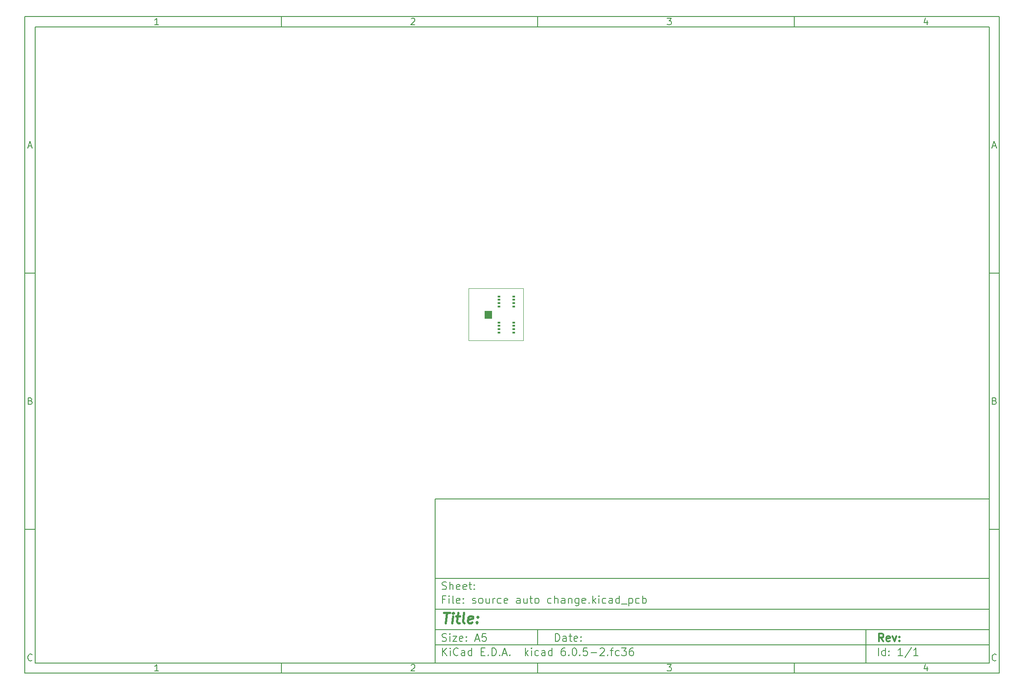
<source format=gbr>
%TF.GenerationSoftware,KiCad,Pcbnew,6.0.5-2.fc36*%
%TF.CreationDate,2022-06-19T11:45:18+04:00*%
%TF.ProjectId,source auto change,736f7572-6365-4206-9175-746f20636861,rev?*%
%TF.SameCoordinates,Original*%
%TF.FileFunction,Soldermask,Top*%
%TF.FilePolarity,Negative*%
%FSLAX46Y46*%
G04 Gerber Fmt 4.6, Leading zero omitted, Abs format (unit mm)*
G04 Created by KiCad (PCBNEW 6.0.5-2.fc36) date 2022-06-19 11:45:18*
%MOMM*%
%LPD*%
G01*
G04 APERTURE LIST*
%ADD10C,0.100000*%
%ADD11C,0.150000*%
%ADD12C,0.300000*%
%ADD13C,0.400000*%
%TA.AperFunction,Profile*%
%ADD14C,0.100000*%
%TD*%
%ADD15R,0.470000X0.450000*%
%ADD16R,0.520000X0.300000*%
%ADD17R,0.550000X0.300000*%
G04 APERTURE END LIST*
D10*
D11*
X90007200Y-104005800D02*
X90007200Y-136005800D01*
X198007200Y-136005800D01*
X198007200Y-104005800D01*
X90007200Y-104005800D01*
D10*
D11*
X10000000Y-10000000D02*
X10000000Y-138005800D01*
X200007200Y-138005800D01*
X200007200Y-10000000D01*
X10000000Y-10000000D01*
D10*
D11*
X12000000Y-12000000D02*
X12000000Y-136005800D01*
X198007200Y-136005800D01*
X198007200Y-12000000D01*
X12000000Y-12000000D01*
D10*
D11*
X60000000Y-12000000D02*
X60000000Y-10000000D01*
D10*
D11*
X110000000Y-12000000D02*
X110000000Y-10000000D01*
D10*
D11*
X160000000Y-12000000D02*
X160000000Y-10000000D01*
D10*
D11*
X36065476Y-11588095D02*
X35322619Y-11588095D01*
X35694047Y-11588095D02*
X35694047Y-10288095D01*
X35570238Y-10473809D01*
X35446428Y-10597619D01*
X35322619Y-10659523D01*
D10*
D11*
X85322619Y-10411904D02*
X85384523Y-10350000D01*
X85508333Y-10288095D01*
X85817857Y-10288095D01*
X85941666Y-10350000D01*
X86003571Y-10411904D01*
X86065476Y-10535714D01*
X86065476Y-10659523D01*
X86003571Y-10845238D01*
X85260714Y-11588095D01*
X86065476Y-11588095D01*
D10*
D11*
X135260714Y-10288095D02*
X136065476Y-10288095D01*
X135632142Y-10783333D01*
X135817857Y-10783333D01*
X135941666Y-10845238D01*
X136003571Y-10907142D01*
X136065476Y-11030952D01*
X136065476Y-11340476D01*
X136003571Y-11464285D01*
X135941666Y-11526190D01*
X135817857Y-11588095D01*
X135446428Y-11588095D01*
X135322619Y-11526190D01*
X135260714Y-11464285D01*
D10*
D11*
X185941666Y-10721428D02*
X185941666Y-11588095D01*
X185632142Y-10226190D02*
X185322619Y-11154761D01*
X186127380Y-11154761D01*
D10*
D11*
X60000000Y-136005800D02*
X60000000Y-138005800D01*
D10*
D11*
X110000000Y-136005800D02*
X110000000Y-138005800D01*
D10*
D11*
X160000000Y-136005800D02*
X160000000Y-138005800D01*
D10*
D11*
X36065476Y-137593895D02*
X35322619Y-137593895D01*
X35694047Y-137593895D02*
X35694047Y-136293895D01*
X35570238Y-136479609D01*
X35446428Y-136603419D01*
X35322619Y-136665323D01*
D10*
D11*
X85322619Y-136417704D02*
X85384523Y-136355800D01*
X85508333Y-136293895D01*
X85817857Y-136293895D01*
X85941666Y-136355800D01*
X86003571Y-136417704D01*
X86065476Y-136541514D01*
X86065476Y-136665323D01*
X86003571Y-136851038D01*
X85260714Y-137593895D01*
X86065476Y-137593895D01*
D10*
D11*
X135260714Y-136293895D02*
X136065476Y-136293895D01*
X135632142Y-136789133D01*
X135817857Y-136789133D01*
X135941666Y-136851038D01*
X136003571Y-136912942D01*
X136065476Y-137036752D01*
X136065476Y-137346276D01*
X136003571Y-137470085D01*
X135941666Y-137531990D01*
X135817857Y-137593895D01*
X135446428Y-137593895D01*
X135322619Y-137531990D01*
X135260714Y-137470085D01*
D10*
D11*
X185941666Y-136727228D02*
X185941666Y-137593895D01*
X185632142Y-136231990D02*
X185322619Y-137160561D01*
X186127380Y-137160561D01*
D10*
D11*
X10000000Y-60000000D02*
X12000000Y-60000000D01*
D10*
D11*
X10000000Y-110000000D02*
X12000000Y-110000000D01*
D10*
D11*
X10690476Y-35216666D02*
X11309523Y-35216666D01*
X10566666Y-35588095D02*
X11000000Y-34288095D01*
X11433333Y-35588095D01*
D10*
D11*
X11092857Y-84907142D02*
X11278571Y-84969047D01*
X11340476Y-85030952D01*
X11402380Y-85154761D01*
X11402380Y-85340476D01*
X11340476Y-85464285D01*
X11278571Y-85526190D01*
X11154761Y-85588095D01*
X10659523Y-85588095D01*
X10659523Y-84288095D01*
X11092857Y-84288095D01*
X11216666Y-84350000D01*
X11278571Y-84411904D01*
X11340476Y-84535714D01*
X11340476Y-84659523D01*
X11278571Y-84783333D01*
X11216666Y-84845238D01*
X11092857Y-84907142D01*
X10659523Y-84907142D01*
D10*
D11*
X11402380Y-135464285D02*
X11340476Y-135526190D01*
X11154761Y-135588095D01*
X11030952Y-135588095D01*
X10845238Y-135526190D01*
X10721428Y-135402380D01*
X10659523Y-135278571D01*
X10597619Y-135030952D01*
X10597619Y-134845238D01*
X10659523Y-134597619D01*
X10721428Y-134473809D01*
X10845238Y-134350000D01*
X11030952Y-134288095D01*
X11154761Y-134288095D01*
X11340476Y-134350000D01*
X11402380Y-134411904D01*
D10*
D11*
X200007200Y-60000000D02*
X198007200Y-60000000D01*
D10*
D11*
X200007200Y-110000000D02*
X198007200Y-110000000D01*
D10*
D11*
X198697676Y-35216666D02*
X199316723Y-35216666D01*
X198573866Y-35588095D02*
X199007200Y-34288095D01*
X199440533Y-35588095D01*
D10*
D11*
X199100057Y-84907142D02*
X199285771Y-84969047D01*
X199347676Y-85030952D01*
X199409580Y-85154761D01*
X199409580Y-85340476D01*
X199347676Y-85464285D01*
X199285771Y-85526190D01*
X199161961Y-85588095D01*
X198666723Y-85588095D01*
X198666723Y-84288095D01*
X199100057Y-84288095D01*
X199223866Y-84350000D01*
X199285771Y-84411904D01*
X199347676Y-84535714D01*
X199347676Y-84659523D01*
X199285771Y-84783333D01*
X199223866Y-84845238D01*
X199100057Y-84907142D01*
X198666723Y-84907142D01*
D10*
D11*
X199409580Y-135464285D02*
X199347676Y-135526190D01*
X199161961Y-135588095D01*
X199038152Y-135588095D01*
X198852438Y-135526190D01*
X198728628Y-135402380D01*
X198666723Y-135278571D01*
X198604819Y-135030952D01*
X198604819Y-134845238D01*
X198666723Y-134597619D01*
X198728628Y-134473809D01*
X198852438Y-134350000D01*
X199038152Y-134288095D01*
X199161961Y-134288095D01*
X199347676Y-134350000D01*
X199409580Y-134411904D01*
D10*
D11*
X113439342Y-131784371D02*
X113439342Y-130284371D01*
X113796485Y-130284371D01*
X114010771Y-130355800D01*
X114153628Y-130498657D01*
X114225057Y-130641514D01*
X114296485Y-130927228D01*
X114296485Y-131141514D01*
X114225057Y-131427228D01*
X114153628Y-131570085D01*
X114010771Y-131712942D01*
X113796485Y-131784371D01*
X113439342Y-131784371D01*
X115582200Y-131784371D02*
X115582200Y-130998657D01*
X115510771Y-130855800D01*
X115367914Y-130784371D01*
X115082200Y-130784371D01*
X114939342Y-130855800D01*
X115582200Y-131712942D02*
X115439342Y-131784371D01*
X115082200Y-131784371D01*
X114939342Y-131712942D01*
X114867914Y-131570085D01*
X114867914Y-131427228D01*
X114939342Y-131284371D01*
X115082200Y-131212942D01*
X115439342Y-131212942D01*
X115582200Y-131141514D01*
X116082200Y-130784371D02*
X116653628Y-130784371D01*
X116296485Y-130284371D02*
X116296485Y-131570085D01*
X116367914Y-131712942D01*
X116510771Y-131784371D01*
X116653628Y-131784371D01*
X117725057Y-131712942D02*
X117582200Y-131784371D01*
X117296485Y-131784371D01*
X117153628Y-131712942D01*
X117082200Y-131570085D01*
X117082200Y-130998657D01*
X117153628Y-130855800D01*
X117296485Y-130784371D01*
X117582200Y-130784371D01*
X117725057Y-130855800D01*
X117796485Y-130998657D01*
X117796485Y-131141514D01*
X117082200Y-131284371D01*
X118439342Y-131641514D02*
X118510771Y-131712942D01*
X118439342Y-131784371D01*
X118367914Y-131712942D01*
X118439342Y-131641514D01*
X118439342Y-131784371D01*
X118439342Y-130855800D02*
X118510771Y-130927228D01*
X118439342Y-130998657D01*
X118367914Y-130927228D01*
X118439342Y-130855800D01*
X118439342Y-130998657D01*
D10*
D11*
X90007200Y-132505800D02*
X198007200Y-132505800D01*
D10*
D11*
X91439342Y-134584371D02*
X91439342Y-133084371D01*
X92296485Y-134584371D02*
X91653628Y-133727228D01*
X92296485Y-133084371D02*
X91439342Y-133941514D01*
X92939342Y-134584371D02*
X92939342Y-133584371D01*
X92939342Y-133084371D02*
X92867914Y-133155800D01*
X92939342Y-133227228D01*
X93010771Y-133155800D01*
X92939342Y-133084371D01*
X92939342Y-133227228D01*
X94510771Y-134441514D02*
X94439342Y-134512942D01*
X94225057Y-134584371D01*
X94082200Y-134584371D01*
X93867914Y-134512942D01*
X93725057Y-134370085D01*
X93653628Y-134227228D01*
X93582200Y-133941514D01*
X93582200Y-133727228D01*
X93653628Y-133441514D01*
X93725057Y-133298657D01*
X93867914Y-133155800D01*
X94082200Y-133084371D01*
X94225057Y-133084371D01*
X94439342Y-133155800D01*
X94510771Y-133227228D01*
X95796485Y-134584371D02*
X95796485Y-133798657D01*
X95725057Y-133655800D01*
X95582200Y-133584371D01*
X95296485Y-133584371D01*
X95153628Y-133655800D01*
X95796485Y-134512942D02*
X95653628Y-134584371D01*
X95296485Y-134584371D01*
X95153628Y-134512942D01*
X95082200Y-134370085D01*
X95082200Y-134227228D01*
X95153628Y-134084371D01*
X95296485Y-134012942D01*
X95653628Y-134012942D01*
X95796485Y-133941514D01*
X97153628Y-134584371D02*
X97153628Y-133084371D01*
X97153628Y-134512942D02*
X97010771Y-134584371D01*
X96725057Y-134584371D01*
X96582200Y-134512942D01*
X96510771Y-134441514D01*
X96439342Y-134298657D01*
X96439342Y-133870085D01*
X96510771Y-133727228D01*
X96582200Y-133655800D01*
X96725057Y-133584371D01*
X97010771Y-133584371D01*
X97153628Y-133655800D01*
X99010771Y-133798657D02*
X99510771Y-133798657D01*
X99725057Y-134584371D02*
X99010771Y-134584371D01*
X99010771Y-133084371D01*
X99725057Y-133084371D01*
X100367914Y-134441514D02*
X100439342Y-134512942D01*
X100367914Y-134584371D01*
X100296485Y-134512942D01*
X100367914Y-134441514D01*
X100367914Y-134584371D01*
X101082200Y-134584371D02*
X101082200Y-133084371D01*
X101439342Y-133084371D01*
X101653628Y-133155800D01*
X101796485Y-133298657D01*
X101867914Y-133441514D01*
X101939342Y-133727228D01*
X101939342Y-133941514D01*
X101867914Y-134227228D01*
X101796485Y-134370085D01*
X101653628Y-134512942D01*
X101439342Y-134584371D01*
X101082200Y-134584371D01*
X102582200Y-134441514D02*
X102653628Y-134512942D01*
X102582200Y-134584371D01*
X102510771Y-134512942D01*
X102582200Y-134441514D01*
X102582200Y-134584371D01*
X103225057Y-134155800D02*
X103939342Y-134155800D01*
X103082200Y-134584371D02*
X103582200Y-133084371D01*
X104082200Y-134584371D01*
X104582200Y-134441514D02*
X104653628Y-134512942D01*
X104582200Y-134584371D01*
X104510771Y-134512942D01*
X104582200Y-134441514D01*
X104582200Y-134584371D01*
X107582200Y-134584371D02*
X107582200Y-133084371D01*
X107725057Y-134012942D02*
X108153628Y-134584371D01*
X108153628Y-133584371D02*
X107582200Y-134155800D01*
X108796485Y-134584371D02*
X108796485Y-133584371D01*
X108796485Y-133084371D02*
X108725057Y-133155800D01*
X108796485Y-133227228D01*
X108867914Y-133155800D01*
X108796485Y-133084371D01*
X108796485Y-133227228D01*
X110153628Y-134512942D02*
X110010771Y-134584371D01*
X109725057Y-134584371D01*
X109582200Y-134512942D01*
X109510771Y-134441514D01*
X109439342Y-134298657D01*
X109439342Y-133870085D01*
X109510771Y-133727228D01*
X109582200Y-133655800D01*
X109725057Y-133584371D01*
X110010771Y-133584371D01*
X110153628Y-133655800D01*
X111439342Y-134584371D02*
X111439342Y-133798657D01*
X111367914Y-133655800D01*
X111225057Y-133584371D01*
X110939342Y-133584371D01*
X110796485Y-133655800D01*
X111439342Y-134512942D02*
X111296485Y-134584371D01*
X110939342Y-134584371D01*
X110796485Y-134512942D01*
X110725057Y-134370085D01*
X110725057Y-134227228D01*
X110796485Y-134084371D01*
X110939342Y-134012942D01*
X111296485Y-134012942D01*
X111439342Y-133941514D01*
X112796485Y-134584371D02*
X112796485Y-133084371D01*
X112796485Y-134512942D02*
X112653628Y-134584371D01*
X112367914Y-134584371D01*
X112225057Y-134512942D01*
X112153628Y-134441514D01*
X112082200Y-134298657D01*
X112082200Y-133870085D01*
X112153628Y-133727228D01*
X112225057Y-133655800D01*
X112367914Y-133584371D01*
X112653628Y-133584371D01*
X112796485Y-133655800D01*
X115296485Y-133084371D02*
X115010771Y-133084371D01*
X114867914Y-133155800D01*
X114796485Y-133227228D01*
X114653628Y-133441514D01*
X114582200Y-133727228D01*
X114582200Y-134298657D01*
X114653628Y-134441514D01*
X114725057Y-134512942D01*
X114867914Y-134584371D01*
X115153628Y-134584371D01*
X115296485Y-134512942D01*
X115367914Y-134441514D01*
X115439342Y-134298657D01*
X115439342Y-133941514D01*
X115367914Y-133798657D01*
X115296485Y-133727228D01*
X115153628Y-133655800D01*
X114867914Y-133655800D01*
X114725057Y-133727228D01*
X114653628Y-133798657D01*
X114582200Y-133941514D01*
X116082200Y-134441514D02*
X116153628Y-134512942D01*
X116082200Y-134584371D01*
X116010771Y-134512942D01*
X116082200Y-134441514D01*
X116082200Y-134584371D01*
X117082200Y-133084371D02*
X117225057Y-133084371D01*
X117367914Y-133155800D01*
X117439342Y-133227228D01*
X117510771Y-133370085D01*
X117582200Y-133655800D01*
X117582200Y-134012942D01*
X117510771Y-134298657D01*
X117439342Y-134441514D01*
X117367914Y-134512942D01*
X117225057Y-134584371D01*
X117082200Y-134584371D01*
X116939342Y-134512942D01*
X116867914Y-134441514D01*
X116796485Y-134298657D01*
X116725057Y-134012942D01*
X116725057Y-133655800D01*
X116796485Y-133370085D01*
X116867914Y-133227228D01*
X116939342Y-133155800D01*
X117082200Y-133084371D01*
X118225057Y-134441514D02*
X118296485Y-134512942D01*
X118225057Y-134584371D01*
X118153628Y-134512942D01*
X118225057Y-134441514D01*
X118225057Y-134584371D01*
X119653628Y-133084371D02*
X118939342Y-133084371D01*
X118867914Y-133798657D01*
X118939342Y-133727228D01*
X119082200Y-133655800D01*
X119439342Y-133655800D01*
X119582200Y-133727228D01*
X119653628Y-133798657D01*
X119725057Y-133941514D01*
X119725057Y-134298657D01*
X119653628Y-134441514D01*
X119582200Y-134512942D01*
X119439342Y-134584371D01*
X119082200Y-134584371D01*
X118939342Y-134512942D01*
X118867914Y-134441514D01*
X120367914Y-134012942D02*
X121510771Y-134012942D01*
X122153628Y-133227228D02*
X122225057Y-133155800D01*
X122367914Y-133084371D01*
X122725057Y-133084371D01*
X122867914Y-133155800D01*
X122939342Y-133227228D01*
X123010771Y-133370085D01*
X123010771Y-133512942D01*
X122939342Y-133727228D01*
X122082200Y-134584371D01*
X123010771Y-134584371D01*
X123653628Y-134441514D02*
X123725057Y-134512942D01*
X123653628Y-134584371D01*
X123582200Y-134512942D01*
X123653628Y-134441514D01*
X123653628Y-134584371D01*
X124153628Y-133584371D02*
X124725057Y-133584371D01*
X124367914Y-134584371D02*
X124367914Y-133298657D01*
X124439342Y-133155800D01*
X124582200Y-133084371D01*
X124725057Y-133084371D01*
X125867914Y-134512942D02*
X125725057Y-134584371D01*
X125439342Y-134584371D01*
X125296485Y-134512942D01*
X125225057Y-134441514D01*
X125153628Y-134298657D01*
X125153628Y-133870085D01*
X125225057Y-133727228D01*
X125296485Y-133655800D01*
X125439342Y-133584371D01*
X125725057Y-133584371D01*
X125867914Y-133655800D01*
X126367914Y-133084371D02*
X127296485Y-133084371D01*
X126796485Y-133655800D01*
X127010771Y-133655800D01*
X127153628Y-133727228D01*
X127225057Y-133798657D01*
X127296485Y-133941514D01*
X127296485Y-134298657D01*
X127225057Y-134441514D01*
X127153628Y-134512942D01*
X127010771Y-134584371D01*
X126582200Y-134584371D01*
X126439342Y-134512942D01*
X126367914Y-134441514D01*
X128582200Y-133084371D02*
X128296485Y-133084371D01*
X128153628Y-133155800D01*
X128082200Y-133227228D01*
X127939342Y-133441514D01*
X127867914Y-133727228D01*
X127867914Y-134298657D01*
X127939342Y-134441514D01*
X128010771Y-134512942D01*
X128153628Y-134584371D01*
X128439342Y-134584371D01*
X128582200Y-134512942D01*
X128653628Y-134441514D01*
X128725057Y-134298657D01*
X128725057Y-133941514D01*
X128653628Y-133798657D01*
X128582200Y-133727228D01*
X128439342Y-133655800D01*
X128153628Y-133655800D01*
X128010771Y-133727228D01*
X127939342Y-133798657D01*
X127867914Y-133941514D01*
D10*
D11*
X90007200Y-129505800D02*
X198007200Y-129505800D01*
D10*
D12*
X177416485Y-131784371D02*
X176916485Y-131070085D01*
X176559342Y-131784371D02*
X176559342Y-130284371D01*
X177130771Y-130284371D01*
X177273628Y-130355800D01*
X177345057Y-130427228D01*
X177416485Y-130570085D01*
X177416485Y-130784371D01*
X177345057Y-130927228D01*
X177273628Y-130998657D01*
X177130771Y-131070085D01*
X176559342Y-131070085D01*
X178630771Y-131712942D02*
X178487914Y-131784371D01*
X178202200Y-131784371D01*
X178059342Y-131712942D01*
X177987914Y-131570085D01*
X177987914Y-130998657D01*
X178059342Y-130855800D01*
X178202200Y-130784371D01*
X178487914Y-130784371D01*
X178630771Y-130855800D01*
X178702200Y-130998657D01*
X178702200Y-131141514D01*
X177987914Y-131284371D01*
X179202200Y-130784371D02*
X179559342Y-131784371D01*
X179916485Y-130784371D01*
X180487914Y-131641514D02*
X180559342Y-131712942D01*
X180487914Y-131784371D01*
X180416485Y-131712942D01*
X180487914Y-131641514D01*
X180487914Y-131784371D01*
X180487914Y-130855800D02*
X180559342Y-130927228D01*
X180487914Y-130998657D01*
X180416485Y-130927228D01*
X180487914Y-130855800D01*
X180487914Y-130998657D01*
D10*
D11*
X91367914Y-131712942D02*
X91582200Y-131784371D01*
X91939342Y-131784371D01*
X92082200Y-131712942D01*
X92153628Y-131641514D01*
X92225057Y-131498657D01*
X92225057Y-131355800D01*
X92153628Y-131212942D01*
X92082200Y-131141514D01*
X91939342Y-131070085D01*
X91653628Y-130998657D01*
X91510771Y-130927228D01*
X91439342Y-130855800D01*
X91367914Y-130712942D01*
X91367914Y-130570085D01*
X91439342Y-130427228D01*
X91510771Y-130355800D01*
X91653628Y-130284371D01*
X92010771Y-130284371D01*
X92225057Y-130355800D01*
X92867914Y-131784371D02*
X92867914Y-130784371D01*
X92867914Y-130284371D02*
X92796485Y-130355800D01*
X92867914Y-130427228D01*
X92939342Y-130355800D01*
X92867914Y-130284371D01*
X92867914Y-130427228D01*
X93439342Y-130784371D02*
X94225057Y-130784371D01*
X93439342Y-131784371D01*
X94225057Y-131784371D01*
X95367914Y-131712942D02*
X95225057Y-131784371D01*
X94939342Y-131784371D01*
X94796485Y-131712942D01*
X94725057Y-131570085D01*
X94725057Y-130998657D01*
X94796485Y-130855800D01*
X94939342Y-130784371D01*
X95225057Y-130784371D01*
X95367914Y-130855800D01*
X95439342Y-130998657D01*
X95439342Y-131141514D01*
X94725057Y-131284371D01*
X96082200Y-131641514D02*
X96153628Y-131712942D01*
X96082200Y-131784371D01*
X96010771Y-131712942D01*
X96082200Y-131641514D01*
X96082200Y-131784371D01*
X96082200Y-130855800D02*
X96153628Y-130927228D01*
X96082200Y-130998657D01*
X96010771Y-130927228D01*
X96082200Y-130855800D01*
X96082200Y-130998657D01*
X97867914Y-131355800D02*
X98582200Y-131355800D01*
X97725057Y-131784371D02*
X98225057Y-130284371D01*
X98725057Y-131784371D01*
X99939342Y-130284371D02*
X99225057Y-130284371D01*
X99153628Y-130998657D01*
X99225057Y-130927228D01*
X99367914Y-130855800D01*
X99725057Y-130855800D01*
X99867914Y-130927228D01*
X99939342Y-130998657D01*
X100010771Y-131141514D01*
X100010771Y-131498657D01*
X99939342Y-131641514D01*
X99867914Y-131712942D01*
X99725057Y-131784371D01*
X99367914Y-131784371D01*
X99225057Y-131712942D01*
X99153628Y-131641514D01*
D10*
D11*
X176439342Y-134584371D02*
X176439342Y-133084371D01*
X177796485Y-134584371D02*
X177796485Y-133084371D01*
X177796485Y-134512942D02*
X177653628Y-134584371D01*
X177367914Y-134584371D01*
X177225057Y-134512942D01*
X177153628Y-134441514D01*
X177082200Y-134298657D01*
X177082200Y-133870085D01*
X177153628Y-133727228D01*
X177225057Y-133655800D01*
X177367914Y-133584371D01*
X177653628Y-133584371D01*
X177796485Y-133655800D01*
X178510771Y-134441514D02*
X178582200Y-134512942D01*
X178510771Y-134584371D01*
X178439342Y-134512942D01*
X178510771Y-134441514D01*
X178510771Y-134584371D01*
X178510771Y-133655800D02*
X178582200Y-133727228D01*
X178510771Y-133798657D01*
X178439342Y-133727228D01*
X178510771Y-133655800D01*
X178510771Y-133798657D01*
X181153628Y-134584371D02*
X180296485Y-134584371D01*
X180725057Y-134584371D02*
X180725057Y-133084371D01*
X180582200Y-133298657D01*
X180439342Y-133441514D01*
X180296485Y-133512942D01*
X182867914Y-133012942D02*
X181582200Y-134941514D01*
X184153628Y-134584371D02*
X183296485Y-134584371D01*
X183725057Y-134584371D02*
X183725057Y-133084371D01*
X183582200Y-133298657D01*
X183439342Y-133441514D01*
X183296485Y-133512942D01*
D10*
D11*
X90007200Y-125505800D02*
X198007200Y-125505800D01*
D10*
D13*
X91719580Y-126210561D02*
X92862438Y-126210561D01*
X92041009Y-128210561D02*
X92291009Y-126210561D01*
X93279104Y-128210561D02*
X93445771Y-126877228D01*
X93529104Y-126210561D02*
X93421961Y-126305800D01*
X93505295Y-126401038D01*
X93612438Y-126305800D01*
X93529104Y-126210561D01*
X93505295Y-126401038D01*
X94112438Y-126877228D02*
X94874342Y-126877228D01*
X94481485Y-126210561D02*
X94267200Y-127924847D01*
X94338628Y-128115323D01*
X94517200Y-128210561D01*
X94707676Y-128210561D01*
X95660057Y-128210561D02*
X95481485Y-128115323D01*
X95410057Y-127924847D01*
X95624342Y-126210561D01*
X97195771Y-128115323D02*
X96993390Y-128210561D01*
X96612438Y-128210561D01*
X96433866Y-128115323D01*
X96362438Y-127924847D01*
X96457676Y-127162942D01*
X96576723Y-126972466D01*
X96779104Y-126877228D01*
X97160057Y-126877228D01*
X97338628Y-126972466D01*
X97410057Y-127162942D01*
X97386247Y-127353419D01*
X96410057Y-127543895D01*
X98160057Y-128020085D02*
X98243390Y-128115323D01*
X98136247Y-128210561D01*
X98052914Y-128115323D01*
X98160057Y-128020085D01*
X98136247Y-128210561D01*
X98291009Y-126972466D02*
X98374342Y-127067704D01*
X98267200Y-127162942D01*
X98183866Y-127067704D01*
X98291009Y-126972466D01*
X98267200Y-127162942D01*
D10*
D11*
X91939342Y-123598657D02*
X91439342Y-123598657D01*
X91439342Y-124384371D02*
X91439342Y-122884371D01*
X92153628Y-122884371D01*
X92725057Y-124384371D02*
X92725057Y-123384371D01*
X92725057Y-122884371D02*
X92653628Y-122955800D01*
X92725057Y-123027228D01*
X92796485Y-122955800D01*
X92725057Y-122884371D01*
X92725057Y-123027228D01*
X93653628Y-124384371D02*
X93510771Y-124312942D01*
X93439342Y-124170085D01*
X93439342Y-122884371D01*
X94796485Y-124312942D02*
X94653628Y-124384371D01*
X94367914Y-124384371D01*
X94225057Y-124312942D01*
X94153628Y-124170085D01*
X94153628Y-123598657D01*
X94225057Y-123455800D01*
X94367914Y-123384371D01*
X94653628Y-123384371D01*
X94796485Y-123455800D01*
X94867914Y-123598657D01*
X94867914Y-123741514D01*
X94153628Y-123884371D01*
X95510771Y-124241514D02*
X95582200Y-124312942D01*
X95510771Y-124384371D01*
X95439342Y-124312942D01*
X95510771Y-124241514D01*
X95510771Y-124384371D01*
X95510771Y-123455800D02*
X95582200Y-123527228D01*
X95510771Y-123598657D01*
X95439342Y-123527228D01*
X95510771Y-123455800D01*
X95510771Y-123598657D01*
X97296485Y-124312942D02*
X97439342Y-124384371D01*
X97725057Y-124384371D01*
X97867914Y-124312942D01*
X97939342Y-124170085D01*
X97939342Y-124098657D01*
X97867914Y-123955800D01*
X97725057Y-123884371D01*
X97510771Y-123884371D01*
X97367914Y-123812942D01*
X97296485Y-123670085D01*
X97296485Y-123598657D01*
X97367914Y-123455800D01*
X97510771Y-123384371D01*
X97725057Y-123384371D01*
X97867914Y-123455800D01*
X98796485Y-124384371D02*
X98653628Y-124312942D01*
X98582200Y-124241514D01*
X98510771Y-124098657D01*
X98510771Y-123670085D01*
X98582200Y-123527228D01*
X98653628Y-123455800D01*
X98796485Y-123384371D01*
X99010771Y-123384371D01*
X99153628Y-123455800D01*
X99225057Y-123527228D01*
X99296485Y-123670085D01*
X99296485Y-124098657D01*
X99225057Y-124241514D01*
X99153628Y-124312942D01*
X99010771Y-124384371D01*
X98796485Y-124384371D01*
X100582200Y-123384371D02*
X100582200Y-124384371D01*
X99939342Y-123384371D02*
X99939342Y-124170085D01*
X100010771Y-124312942D01*
X100153628Y-124384371D01*
X100367914Y-124384371D01*
X100510771Y-124312942D01*
X100582200Y-124241514D01*
X101296485Y-124384371D02*
X101296485Y-123384371D01*
X101296485Y-123670085D02*
X101367914Y-123527228D01*
X101439342Y-123455800D01*
X101582200Y-123384371D01*
X101725057Y-123384371D01*
X102867914Y-124312942D02*
X102725057Y-124384371D01*
X102439342Y-124384371D01*
X102296485Y-124312942D01*
X102225057Y-124241514D01*
X102153628Y-124098657D01*
X102153628Y-123670085D01*
X102225057Y-123527228D01*
X102296485Y-123455800D01*
X102439342Y-123384371D01*
X102725057Y-123384371D01*
X102867914Y-123455800D01*
X104082200Y-124312942D02*
X103939342Y-124384371D01*
X103653628Y-124384371D01*
X103510771Y-124312942D01*
X103439342Y-124170085D01*
X103439342Y-123598657D01*
X103510771Y-123455800D01*
X103653628Y-123384371D01*
X103939342Y-123384371D01*
X104082200Y-123455800D01*
X104153628Y-123598657D01*
X104153628Y-123741514D01*
X103439342Y-123884371D01*
X106582200Y-124384371D02*
X106582200Y-123598657D01*
X106510771Y-123455800D01*
X106367914Y-123384371D01*
X106082200Y-123384371D01*
X105939342Y-123455800D01*
X106582200Y-124312942D02*
X106439342Y-124384371D01*
X106082200Y-124384371D01*
X105939342Y-124312942D01*
X105867914Y-124170085D01*
X105867914Y-124027228D01*
X105939342Y-123884371D01*
X106082200Y-123812942D01*
X106439342Y-123812942D01*
X106582200Y-123741514D01*
X107939342Y-123384371D02*
X107939342Y-124384371D01*
X107296485Y-123384371D02*
X107296485Y-124170085D01*
X107367914Y-124312942D01*
X107510771Y-124384371D01*
X107725057Y-124384371D01*
X107867914Y-124312942D01*
X107939342Y-124241514D01*
X108439342Y-123384371D02*
X109010771Y-123384371D01*
X108653628Y-122884371D02*
X108653628Y-124170085D01*
X108725057Y-124312942D01*
X108867914Y-124384371D01*
X109010771Y-124384371D01*
X109725057Y-124384371D02*
X109582200Y-124312942D01*
X109510771Y-124241514D01*
X109439342Y-124098657D01*
X109439342Y-123670085D01*
X109510771Y-123527228D01*
X109582200Y-123455800D01*
X109725057Y-123384371D01*
X109939342Y-123384371D01*
X110082200Y-123455800D01*
X110153628Y-123527228D01*
X110225057Y-123670085D01*
X110225057Y-124098657D01*
X110153628Y-124241514D01*
X110082200Y-124312942D01*
X109939342Y-124384371D01*
X109725057Y-124384371D01*
X112653628Y-124312942D02*
X112510771Y-124384371D01*
X112225057Y-124384371D01*
X112082200Y-124312942D01*
X112010771Y-124241514D01*
X111939342Y-124098657D01*
X111939342Y-123670085D01*
X112010771Y-123527228D01*
X112082200Y-123455800D01*
X112225057Y-123384371D01*
X112510771Y-123384371D01*
X112653628Y-123455800D01*
X113296485Y-124384371D02*
X113296485Y-122884371D01*
X113939342Y-124384371D02*
X113939342Y-123598657D01*
X113867914Y-123455800D01*
X113725057Y-123384371D01*
X113510771Y-123384371D01*
X113367914Y-123455800D01*
X113296485Y-123527228D01*
X115296485Y-124384371D02*
X115296485Y-123598657D01*
X115225057Y-123455800D01*
X115082200Y-123384371D01*
X114796485Y-123384371D01*
X114653628Y-123455800D01*
X115296485Y-124312942D02*
X115153628Y-124384371D01*
X114796485Y-124384371D01*
X114653628Y-124312942D01*
X114582200Y-124170085D01*
X114582200Y-124027228D01*
X114653628Y-123884371D01*
X114796485Y-123812942D01*
X115153628Y-123812942D01*
X115296485Y-123741514D01*
X116010771Y-123384371D02*
X116010771Y-124384371D01*
X116010771Y-123527228D02*
X116082200Y-123455800D01*
X116225057Y-123384371D01*
X116439342Y-123384371D01*
X116582200Y-123455800D01*
X116653628Y-123598657D01*
X116653628Y-124384371D01*
X118010771Y-123384371D02*
X118010771Y-124598657D01*
X117939342Y-124741514D01*
X117867914Y-124812942D01*
X117725057Y-124884371D01*
X117510771Y-124884371D01*
X117367914Y-124812942D01*
X118010771Y-124312942D02*
X117867914Y-124384371D01*
X117582200Y-124384371D01*
X117439342Y-124312942D01*
X117367914Y-124241514D01*
X117296485Y-124098657D01*
X117296485Y-123670085D01*
X117367914Y-123527228D01*
X117439342Y-123455800D01*
X117582200Y-123384371D01*
X117867914Y-123384371D01*
X118010771Y-123455800D01*
X119296485Y-124312942D02*
X119153628Y-124384371D01*
X118867914Y-124384371D01*
X118725057Y-124312942D01*
X118653628Y-124170085D01*
X118653628Y-123598657D01*
X118725057Y-123455800D01*
X118867914Y-123384371D01*
X119153628Y-123384371D01*
X119296485Y-123455800D01*
X119367914Y-123598657D01*
X119367914Y-123741514D01*
X118653628Y-123884371D01*
X120010771Y-124241514D02*
X120082200Y-124312942D01*
X120010771Y-124384371D01*
X119939342Y-124312942D01*
X120010771Y-124241514D01*
X120010771Y-124384371D01*
X120725057Y-124384371D02*
X120725057Y-122884371D01*
X120867914Y-123812942D02*
X121296485Y-124384371D01*
X121296485Y-123384371D02*
X120725057Y-123955800D01*
X121939342Y-124384371D02*
X121939342Y-123384371D01*
X121939342Y-122884371D02*
X121867914Y-122955800D01*
X121939342Y-123027228D01*
X122010771Y-122955800D01*
X121939342Y-122884371D01*
X121939342Y-123027228D01*
X123296485Y-124312942D02*
X123153628Y-124384371D01*
X122867914Y-124384371D01*
X122725057Y-124312942D01*
X122653628Y-124241514D01*
X122582200Y-124098657D01*
X122582200Y-123670085D01*
X122653628Y-123527228D01*
X122725057Y-123455800D01*
X122867914Y-123384371D01*
X123153628Y-123384371D01*
X123296485Y-123455800D01*
X124582200Y-124384371D02*
X124582200Y-123598657D01*
X124510771Y-123455800D01*
X124367914Y-123384371D01*
X124082200Y-123384371D01*
X123939342Y-123455800D01*
X124582200Y-124312942D02*
X124439342Y-124384371D01*
X124082200Y-124384371D01*
X123939342Y-124312942D01*
X123867914Y-124170085D01*
X123867914Y-124027228D01*
X123939342Y-123884371D01*
X124082200Y-123812942D01*
X124439342Y-123812942D01*
X124582200Y-123741514D01*
X125939342Y-124384371D02*
X125939342Y-122884371D01*
X125939342Y-124312942D02*
X125796485Y-124384371D01*
X125510771Y-124384371D01*
X125367914Y-124312942D01*
X125296485Y-124241514D01*
X125225057Y-124098657D01*
X125225057Y-123670085D01*
X125296485Y-123527228D01*
X125367914Y-123455800D01*
X125510771Y-123384371D01*
X125796485Y-123384371D01*
X125939342Y-123455800D01*
X126296485Y-124527228D02*
X127439342Y-124527228D01*
X127796485Y-123384371D02*
X127796485Y-124884371D01*
X127796485Y-123455800D02*
X127939342Y-123384371D01*
X128225057Y-123384371D01*
X128367914Y-123455800D01*
X128439342Y-123527228D01*
X128510771Y-123670085D01*
X128510771Y-124098657D01*
X128439342Y-124241514D01*
X128367914Y-124312942D01*
X128225057Y-124384371D01*
X127939342Y-124384371D01*
X127796485Y-124312942D01*
X129796485Y-124312942D02*
X129653628Y-124384371D01*
X129367914Y-124384371D01*
X129225057Y-124312942D01*
X129153628Y-124241514D01*
X129082200Y-124098657D01*
X129082200Y-123670085D01*
X129153628Y-123527228D01*
X129225057Y-123455800D01*
X129367914Y-123384371D01*
X129653628Y-123384371D01*
X129796485Y-123455800D01*
X130439342Y-124384371D02*
X130439342Y-122884371D01*
X130439342Y-123455800D02*
X130582200Y-123384371D01*
X130867914Y-123384371D01*
X131010771Y-123455800D01*
X131082200Y-123527228D01*
X131153628Y-123670085D01*
X131153628Y-124098657D01*
X131082200Y-124241514D01*
X131010771Y-124312942D01*
X130867914Y-124384371D01*
X130582200Y-124384371D01*
X130439342Y-124312942D01*
D10*
D11*
X90007200Y-119505800D02*
X198007200Y-119505800D01*
D10*
D11*
X91367914Y-121612942D02*
X91582200Y-121684371D01*
X91939342Y-121684371D01*
X92082200Y-121612942D01*
X92153628Y-121541514D01*
X92225057Y-121398657D01*
X92225057Y-121255800D01*
X92153628Y-121112942D01*
X92082200Y-121041514D01*
X91939342Y-120970085D01*
X91653628Y-120898657D01*
X91510771Y-120827228D01*
X91439342Y-120755800D01*
X91367914Y-120612942D01*
X91367914Y-120470085D01*
X91439342Y-120327228D01*
X91510771Y-120255800D01*
X91653628Y-120184371D01*
X92010771Y-120184371D01*
X92225057Y-120255800D01*
X92867914Y-121684371D02*
X92867914Y-120184371D01*
X93510771Y-121684371D02*
X93510771Y-120898657D01*
X93439342Y-120755800D01*
X93296485Y-120684371D01*
X93082200Y-120684371D01*
X92939342Y-120755800D01*
X92867914Y-120827228D01*
X94796485Y-121612942D02*
X94653628Y-121684371D01*
X94367914Y-121684371D01*
X94225057Y-121612942D01*
X94153628Y-121470085D01*
X94153628Y-120898657D01*
X94225057Y-120755800D01*
X94367914Y-120684371D01*
X94653628Y-120684371D01*
X94796485Y-120755800D01*
X94867914Y-120898657D01*
X94867914Y-121041514D01*
X94153628Y-121184371D01*
X96082200Y-121612942D02*
X95939342Y-121684371D01*
X95653628Y-121684371D01*
X95510771Y-121612942D01*
X95439342Y-121470085D01*
X95439342Y-120898657D01*
X95510771Y-120755800D01*
X95653628Y-120684371D01*
X95939342Y-120684371D01*
X96082200Y-120755800D01*
X96153628Y-120898657D01*
X96153628Y-121041514D01*
X95439342Y-121184371D01*
X96582200Y-120684371D02*
X97153628Y-120684371D01*
X96796485Y-120184371D02*
X96796485Y-121470085D01*
X96867914Y-121612942D01*
X97010771Y-121684371D01*
X97153628Y-121684371D01*
X97653628Y-121541514D02*
X97725057Y-121612942D01*
X97653628Y-121684371D01*
X97582200Y-121612942D01*
X97653628Y-121541514D01*
X97653628Y-121684371D01*
X97653628Y-120755800D02*
X97725057Y-120827228D01*
X97653628Y-120898657D01*
X97582200Y-120827228D01*
X97653628Y-120755800D01*
X97653628Y-120898657D01*
D10*
D12*
D10*
D11*
D10*
D11*
D10*
D11*
D10*
D11*
D10*
D11*
X110007200Y-129505800D02*
X110007200Y-132505800D01*
D10*
D11*
X174007200Y-129505800D02*
X174007200Y-136005800D01*
D14*
X96520000Y-62992000D02*
X107188000Y-62992000D01*
X107188000Y-62992000D02*
X107188000Y-73152000D01*
X107188000Y-73152000D02*
X96520000Y-73152000D01*
X96520000Y-73152000D02*
X96520000Y-62992000D01*
%TO.C,U1*%
G36*
X100290000Y-68792001D02*
G01*
X99629999Y-68792001D01*
X99629999Y-68351999D01*
X100290000Y-68351999D01*
X100290000Y-68792001D01*
G37*
D10*
X100290000Y-68792001D02*
X99629999Y-68792001D01*
X99629999Y-68351999D01*
X100290000Y-68351999D01*
X100290000Y-68792001D01*
G36*
X101030001Y-68292000D02*
G01*
X100370000Y-68292000D01*
X100370000Y-67852000D01*
X101030001Y-67852000D01*
X101030001Y-68292000D01*
G37*
X101030001Y-68292000D02*
X100370000Y-68292000D01*
X100370000Y-67852000D01*
X101030001Y-67852000D01*
X101030001Y-68292000D01*
G36*
X101030001Y-68792001D02*
G01*
X100370000Y-68792001D01*
X100370000Y-68351999D01*
X101030001Y-68351999D01*
X101030001Y-68792001D01*
G37*
X101030001Y-68792001D02*
X100370000Y-68792001D01*
X100370000Y-68351999D01*
X101030001Y-68351999D01*
X101030001Y-68792001D01*
G36*
X100290000Y-67792001D02*
G01*
X99629999Y-67792001D01*
X99629999Y-67351999D01*
X100290000Y-67351999D01*
X100290000Y-67792001D01*
G37*
X100290000Y-67792001D02*
X99629999Y-67792001D01*
X99629999Y-67351999D01*
X100290000Y-67351999D01*
X100290000Y-67792001D01*
G36*
X101030001Y-67792001D02*
G01*
X100370000Y-67792001D01*
X100370000Y-67351999D01*
X101030001Y-67351999D01*
X101030001Y-67792001D01*
G37*
X101030001Y-67792001D02*
X100370000Y-67792001D01*
X100370000Y-67351999D01*
X101030001Y-67351999D01*
X101030001Y-67792001D01*
G36*
X100290000Y-68292000D02*
G01*
X99629999Y-68292000D01*
X99629999Y-67852000D01*
X100290000Y-67852000D01*
X100290000Y-68292000D01*
G37*
X100290000Y-68292000D02*
X99629999Y-68292000D01*
X99629999Y-67852000D01*
X100290000Y-67852000D01*
X100290000Y-68292000D01*
%TD*%
D15*
%TO.C,U3*%
X102451000Y-64557000D03*
X102451000Y-65207000D03*
X102451000Y-65857000D03*
X102451000Y-66507000D03*
X105321000Y-66507000D03*
X105321000Y-65857000D03*
X105321000Y-65207000D03*
X105321000Y-64557000D03*
%TD*%
%TO.C,U2*%
X102451000Y-69637000D03*
X102451000Y-70287000D03*
X102451000Y-70937000D03*
X102451000Y-71587000D03*
X105321000Y-70937000D03*
X105321000Y-71587000D03*
X105321000Y-70287000D03*
X105321000Y-69637000D03*
%TD*%
D16*
%TO.C,U1*%
X100699999Y-68072000D03*
D17*
X99974987Y-67572001D03*
D16*
X99960001Y-68072000D03*
X99960001Y-68571999D03*
X100699999Y-68571999D03*
X100699999Y-67572001D03*
%TD*%
M02*

</source>
